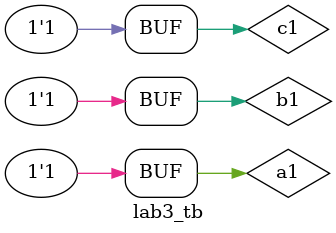
<source format=sv>
`timescale 1ns/1ps

module lab3_tb();
logic a1;
logic b1;
logic c1;
logic y1;
logic x1;
localparam period=10;
lab3 tb(.a(a1),.b(b1),.c(c1),.y(y1),.x(x1));
initial begin
  a1 = 0 ; b1 = 0 ; c1 = 0 ;
  #period;
  a1=0;b1=0;c1=1;
  #period;
  a1=0;b1=1;c1=0;
  #period;
  a1=0;b1=1;c1=1;
  #period;
  a1=1;b1=0;c1=0;
  #period;
  a1=1;b1=0;c1=1;
  #period;
  a1=1;b1=1;c1=0;
  #period;
  a1=1;b1=1;c1=1;
  #period;
 
end
initial
begin
 $monitor("y=%b, a=%b, b=%b, c=%b ,x= %b",y1,a1,b1,c1,x1);
end
endmodule

</source>
